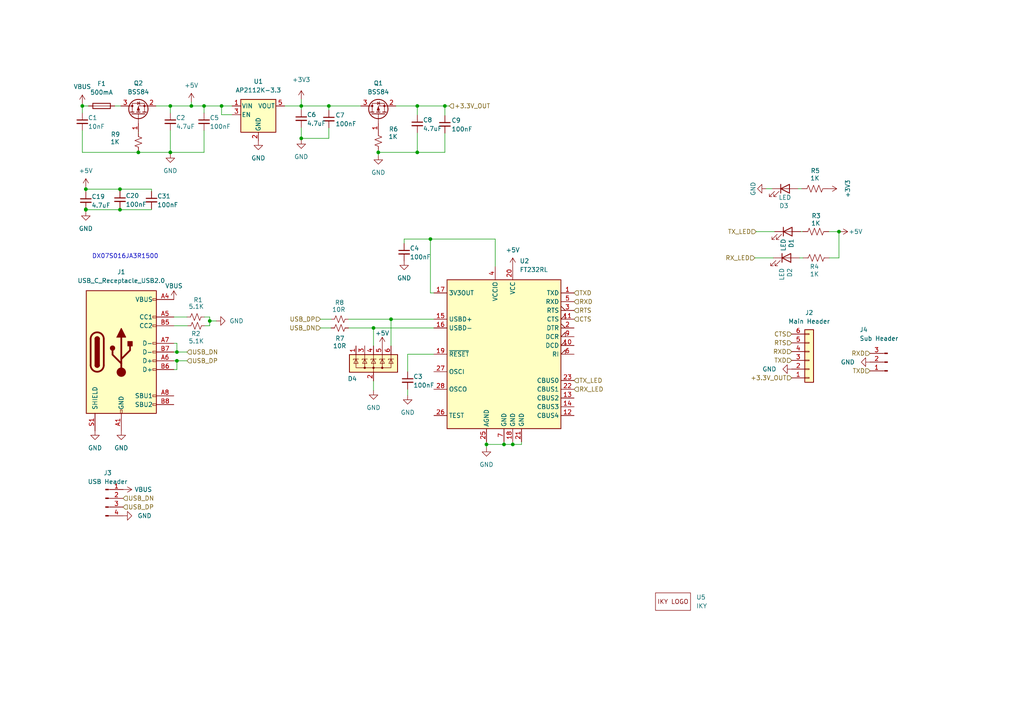
<source format=kicad_sch>
(kicad_sch (version 20211123) (generator eeschema)
  (paper "A4")
  (lib_symbols
    (symbol "Connector:Conn_01x03_Male" (pin_names (offset 1.016) hide)
      (property "Reference" "J" (at 0 5.08 0))
      (property "Value" "Conn_01x03_Male" (at 0 -5.08 0))
      (symbol "Conn_01x03_Male_1_1"
        (polyline (pts (xy 1.27 -2.54) (xy 0.8636 -2.54)) (stroke (width 0.1524)))
        (polyline (pts (xy 1.27 0) (xy 0.8636 0)) (stroke (width 0.1524)))
        (polyline (pts (xy 1.27 2.54) (xy 0.8636 2.54)) (stroke (width 0.1524)))
        (rectangle (start 0.8636 -2.413) (end 0 -2.667) (stroke (width 0.1524)) (fill (type outline)))
        (rectangle (start 0.8636 0.127) (end 0 -0.127) (stroke (width 0.1524)) (fill (type outline)))
        (rectangle (start 0.8636 2.667) (end 0 2.413) (stroke (width 0.1524)) (fill (type outline)))
        (pin passive line (at 5.08 2.54 180) (length 3.81) (name "Pin_1") (number "1"))
        (pin passive line (at 5.08 0 180) (length 3.81) (name "Pin_2") (number "2"))
        (pin passive line (at 5.08 -2.54 180) (length 3.81) (name "Pin_3") (number "3"))
      )
    )
    (symbol "Connector:Conn_01x04_Male" (pin_names (offset 1.016) hide)
      (property "Reference" "J" (at 0 5.08 0))
      (property "Value" "Conn_01x04_Male" (at 0 -7.62 0))
      (symbol "Conn_01x04_Male_1_1"
        (polyline (pts (xy 1.27 -5.08) (xy 0.8636 -5.08)) (stroke (width 0.1524)))
        (polyline (pts (xy 1.27 -2.54) (xy 0.8636 -2.54)) (stroke (width 0.1524)))
        (polyline (pts (xy 1.27 0) (xy 0.8636 0)) (stroke (width 0.1524)))
        (polyline (pts (xy 1.27 2.54) (xy 0.8636 2.54)) (stroke (width 0.1524)))
        (rectangle (start 0.8636 -4.953) (end 0 -5.207) (stroke (width 0.1524)) (fill (type outline)))
        (rectangle (start 0.8636 -2.413) (end 0 -2.667) (stroke (width 0.1524)) (fill (type outline)))
        (rectangle (start 0.8636 0.127) (end 0 -0.127) (stroke (width 0.1524)) (fill (type outline)))
        (rectangle (start 0.8636 2.667) (end 0 2.413) (stroke (width 0.1524)) (fill (type outline)))
        (pin passive line (at 5.08 2.54 180) (length 3.81) (name "Pin_1") (number "1"))
        (pin passive line (at 5.08 0 180) (length 3.81) (name "Pin_2") (number "2"))
        (pin passive line (at 5.08 -2.54 180) (length 3.81) (name "Pin_3") (number "3"))
        (pin passive line (at 5.08 -5.08 180) (length 3.81) (name "Pin_4") (number "4"))
      )
    )
    (symbol "Connector:USB_C_Receptacle_USB2.0" (pin_names (offset 1.016))
      (property "Reference" "J" (at -10.16 19.05 0))
      (property "Value" "USB_C_Receptacle_USB2.0" (at 19.05 19.05 0))
      (symbol "USB_C_Receptacle_USB2.0_0_0"
        (rectangle (start -0.254 -17.78) (end 0.254 -16.764))
        (rectangle (start 10.16 -14.986) (end 9.144 -15.494))
        (rectangle (start 10.16 -12.446) (end 9.144 -12.954))
        (rectangle (start 10.16 -4.826) (end 9.144 -5.334))
        (rectangle (start 10.16 -2.286) (end 9.144 -2.794))
        (rectangle (start 10.16 0.254) (end 9.144 -0.254))
        (rectangle (start 10.16 2.794) (end 9.144 2.286))
        (rectangle (start 10.16 7.874) (end 9.144 7.366))
        (rectangle (start 10.16 10.414) (end 9.144 9.906))
        (rectangle (start 10.16 15.494) (end 9.144 14.986))
      )
      (symbol "USB_C_Receptacle_USB2.0_0_1"
        (rectangle (start -10.16 17.78) (end 10.16 -17.78) (stroke (width 0.254)) (fill (type background)))
        (arc (start -8.89 -3.81) (mid -6.985 -5.715) (end -5.08 -3.81) (stroke (width 0.508)))
        (arc (start -7.62 -3.81) (mid -6.985 -4.445) (end -6.35 -3.81) (stroke (width 0.254)))
        (arc (start -7.62 -3.81) (mid -6.985 -4.445) (end -6.35 -3.81) (stroke (width 0.254)) (fill (type outline)))
        (rectangle (start -7.62 -3.81) (end -6.35 3.81) (stroke (width 0.254)) (fill (type outline)))
        (arc (start -6.35 3.81) (mid -6.985 4.445) (end -7.62 3.81) (stroke (width 0.254)))
        (arc (start -6.35 3.81) (mid -6.985 4.445) (end -7.62 3.81) (stroke (width 0.254)) (fill (type outline)))
        (arc (start -5.08 3.81) (mid -6.985 5.715) (end -8.89 3.81) (stroke (width 0.508)))
        (circle (center -2.54 1.143) (radius 0.635) (stroke (width 0.254)) (fill (type outline)))
        (circle (center 0 -5.842) (radius 1.27) (fill (type outline)))
        (polyline (pts (xy -8.89 -3.81) (xy -8.89 3.81)) (stroke (width 0.508)))
        (polyline (pts (xy -5.08 3.81) (xy -5.08 -3.81)) (stroke (width 0.508)))
        (polyline (pts (xy 0 -5.842) (xy 0 4.318)) (stroke (width 0.508)))
        (polyline (pts (xy 0 -3.302) (xy -2.54 -0.762) (xy -2.54 0.508)) (stroke (width 0.508)))
        (polyline (pts (xy 0 -2.032) (xy 2.54 0.508) (xy 2.54 1.778)) (stroke (width 0.508)))
        (polyline (pts (xy -1.27 4.318) (xy 0 6.858) (xy 1.27 4.318) (xy -1.27 4.318)) (stroke (width 0.254)) (fill (type outline)))
        (rectangle (start 1.905 1.778) (end 3.175 3.048) (stroke (width 0.254)) (fill (type outline)))
      )
      (symbol "USB_C_Receptacle_USB2.0_1_1"
        (pin passive line (at 0 -22.86 90) (length 5.08) (name "GND") (number "A1"))
        (pin passive line (at 0 -22.86 90) (length 5.08) hide (name "GND") (number "A12"))
        (pin passive line (at 15.24 15.24 180) (length 5.08) (name "VBUS") (number "A4"))
        (pin bidirectional line (at 15.24 10.16 180) (length 5.08) (name "CC1") (number "A5"))
        (pin bidirectional line (at 15.24 -2.54 180) (length 5.08) (name "D+") (number "A6"))
        (pin bidirectional line (at 15.24 2.54 180) (length 5.08) (name "D-") (number "A7"))
        (pin bidirectional line (at 15.24 -12.7 180) (length 5.08) (name "SBU1") (number "A8"))
        (pin passive line (at 15.24 15.24 180) (length 5.08) hide (name "VBUS") (number "A9"))
        (pin passive line (at 0 -22.86 90) (length 5.08) hide (name "GND") (number "B1"))
        (pin passive line (at 0 -22.86 90) (length 5.08) hide (name "GND") (number "B12"))
        (pin passive line (at 15.24 15.24 180) (length 5.08) hide (name "VBUS") (number "B4"))
        (pin bidirectional line (at 15.24 7.62 180) (length 5.08) (name "CC2") (number "B5"))
        (pin bidirectional line (at 15.24 -5.08 180) (length 5.08) (name "D+") (number "B6"))
        (pin bidirectional line (at 15.24 0 180) (length 5.08) (name "D-") (number "B7"))
        (pin bidirectional line (at 15.24 -15.24 180) (length 5.08) (name "SBU2") (number "B8"))
        (pin passive line (at 15.24 15.24 180) (length 5.08) hide (name "VBUS") (number "B9"))
        (pin passive line (at -7.62 -22.86 90) (length 5.08) (name "SHIELD") (number "S1"))
      )
    )
    (symbol "Connector_Generic:Conn_01x06" (pin_names (offset 1.016) hide)
      (property "Reference" "J" (at 0 7.62 0))
      (property "Value" "Conn_01x06" (at 0 -10.16 0))
      (symbol "Conn_01x06_1_1"
        (rectangle (start -1.27 -7.493) (end 0 -7.747) (stroke (width 0.1524)))
        (rectangle (start -1.27 -4.953) (end 0 -5.207) (stroke (width 0.1524)))
        (rectangle (start -1.27 -2.413) (end 0 -2.667) (stroke (width 0.1524)))
        (rectangle (start -1.27 0.127) (end 0 -0.127) (stroke (width 0.1524)))
        (rectangle (start -1.27 2.667) (end 0 2.413) (stroke (width 0.1524)))
        (rectangle (start -1.27 5.207) (end 0 4.953) (stroke (width 0.1524)))
        (rectangle (start -1.27 6.35) (end 1.27 -8.89) (stroke (width 0.254)) (fill (type background)))
        (pin passive line (at -5.08 5.08 0) (length 3.81) (name "Pin_1") (number "1"))
        (pin passive line (at -5.08 2.54 0) (length 3.81) (name "Pin_2") (number "2"))
        (pin passive line (at -5.08 0 0) (length 3.81) (name "Pin_3") (number "3"))
        (pin passive line (at -5.08 -2.54 0) (length 3.81) (name "Pin_4") (number "4"))
        (pin passive line (at -5.08 -5.08 0) (length 3.81) (name "Pin_5") (number "5"))
        (pin passive line (at -5.08 -7.62 0) (length 3.81) (name "Pin_6") (number "6"))
      )
    )
    (symbol "Device:C_Small" (pin_numbers hide) (pin_names (offset 0.254) hide)
      (property "Reference" "C" (at 0.254 1.778 0))
      (property "Value" "C_Small" (at 0.254 -2.032 0))
      (symbol "C_Small_0_1"
        (polyline (pts (xy -1.524 -0.508) (xy 1.524 -0.508)) (stroke (width 0.3302)))
        (polyline (pts (xy -1.524 0.508) (xy 1.524 0.508)) (stroke (width 0.3048)))
      )
      (symbol "C_Small_1_1"
        (pin passive line (at 0 2.54 270) (length 2.032) (name "~") (number "1"))
        (pin passive line (at 0 -2.54 90) (length 2.032) (name "~") (number "2"))
      )
    )
    (symbol "Device:Fuse" (pin_numbers hide) (pin_names (offset 0))
      (property "Reference" "F" (at 2.032 0 90))
      (property "Value" "Fuse" (at -1.905 0 90))
      (symbol "Fuse_0_1"
        (rectangle (start -0.762 -2.54) (end 0.762 2.54) (stroke (width 0.254)))
        (polyline (pts (xy 0 2.54) (xy 0 -2.54)))
      )
      (symbol "Fuse_1_1"
        (pin passive line (at 0 3.81 270) (length 1.27) (name "~") (number "1"))
        (pin passive line (at 0 -3.81 90) (length 1.27) (name "~") (number "2"))
      )
    )
    (symbol "Device:LED" (pin_numbers hide) (pin_names (offset 1.016) hide)
      (property "Reference" "D" (at 0 2.54 0))
      (property "Value" "LED" (at 0 -2.54 0))
      (symbol "LED_0_1"
        (polyline (pts (xy -1.27 -1.27) (xy -1.27 1.27)) (stroke (width 0.254)))
        (polyline (pts (xy -1.27 0) (xy 1.27 0)))
        (polyline (pts (xy 1.27 -1.27) (xy 1.27 1.27) (xy -1.27 0) (xy 1.27 -1.27)) (stroke (width 0.254)))
        (polyline (pts (xy -3.048 -0.762) (xy -4.572 -2.286) (xy -3.81 -2.286) (xy -4.572 -2.286) (xy -4.572 -1.524)))
        (polyline (pts (xy -1.778 -0.762) (xy -3.302 -2.286) (xy -2.54 -2.286) (xy -3.302 -2.286) (xy -3.302 -1.524)))
      )
      (symbol "LED_1_1"
        (pin passive line (at -3.81 0 0) (length 2.54) (name "K") (number "1"))
        (pin passive line (at 3.81 0 180) (length 2.54) (name "A") (number "2"))
      )
    )
    (symbol "Device:R_Small_US" (pin_numbers hide) (pin_names (offset 0.254) hide)
      (property "Reference" "R" (at 0.762 0.508 0))
      (property "Value" "R_Small_US" (at 0.762 -1.016 0))
      (symbol "R_Small_US_1_1"
        (polyline (pts (xy 0 0) (xy 1.016 -0.381) (xy 0 -0.762) (xy -1.016 -1.143) (xy 0 -1.524)))
        (polyline (pts (xy 0 1.524) (xy 1.016 1.143) (xy 0 0.762) (xy -1.016 0.381) (xy 0 0)))
        (pin passive line (at 0 2.54 270) (length 1.016) (name "~") (number "1"))
        (pin passive line (at 0 -2.54 90) (length 1.016) (name "~") (number "2"))
      )
    )
    (symbol "Device:R_US" (pin_numbers hide) (pin_names (offset 0))
      (property "Reference" "R" (at 2.54 0 90))
      (property "Value" "R_US" (at -2.54 0 90))
      (symbol "R_US_0_1"
        (polyline (pts (xy 0 -2.286) (xy 0 -2.54)))
        (polyline (pts (xy 0 2.286) (xy 0 2.54)))
        (polyline (pts (xy 0 -0.762) (xy 1.016 -1.143) (xy 0 -1.524) (xy -1.016 -1.905) (xy 0 -2.286)))
        (polyline (pts (xy 0 0.762) (xy 1.016 0.381) (xy 0 0) (xy -1.016 -0.381) (xy 0 -0.762)))
        (polyline (pts (xy 0 2.286) (xy 1.016 1.905) (xy 0 1.524) (xy -1.016 1.143) (xy 0 0.762)))
      )
      (symbol "R_US_1_1"
        (pin passive line (at 0 3.81 270) (length 1.27) (name "~") (number "1"))
        (pin passive line (at 0 -3.81 90) (length 1.27) (name "~") (number "2"))
      )
    )
    (symbol "Interface_USB:FT232RL"
      (property "Reference" "U" (at -16.51 22.86 0))
      (property "Value" "FT232RL" (at 10.16 22.86 0))
      (symbol "FT232RL_0_1"
        (rectangle (start -16.51 21.59) (end 16.51 -21.59) (stroke (width 0.254)) (fill (type background)))
      )
      (symbol "FT232RL_1_1"
        (pin output line (at 20.32 17.78 180) (length 3.81) (name "TXD") (number "1"))
        (pin input input_low (at 20.32 2.54 180) (length 3.81) (name "DCD") (number "10"))
        (pin input input_low (at 20.32 10.16 180) (length 3.81) (name "CTS") (number "11"))
        (pin bidirectional line (at 20.32 -17.78 180) (length 3.81) (name "CBUS4") (number "12"))
        (pin bidirectional line (at 20.32 -12.7 180) (length 3.81) (name "CBUS2") (number "13"))
        (pin bidirectional line (at 20.32 -15.24 180) (length 3.81) (name "CBUS3") (number "14"))
        (pin bidirectional line (at -20.32 10.16 0) (length 3.81) (name "USBD+") (number "15"))
        (pin bidirectional line (at -20.32 7.62 0) (length 3.81) (name "USBD-") (number "16"))
        (pin power_out line (at -20.32 17.78 0) (length 3.81) (name "3V3OUT") (number "17"))
        (pin power_in line (at 2.54 -25.4 90) (length 3.81) (name "GND") (number "18"))
        (pin input line (at -20.32 0 0) (length 3.81) (name "~{RESET}") (number "19"))
        (pin output output_low (at 20.32 7.62 180) (length 3.81) (name "DTR") (number "2"))
        (pin power_in line (at 2.54 25.4 270) (length 3.81) (name "VCC") (number "20"))
        (pin power_in line (at 5.08 -25.4 90) (length 3.81) (name "GND") (number "21"))
        (pin bidirectional line (at 20.32 -10.16 180) (length 3.81) (name "CBUS1") (number "22"))
        (pin bidirectional line (at 20.32 -7.62 180) (length 3.81) (name "CBUS0") (number "23"))
        (pin power_in line (at -5.08 -25.4 90) (length 3.81) (name "AGND") (number "25"))
        (pin input line (at -20.32 -17.78 0) (length 3.81) (name "TEST") (number "26"))
        (pin input line (at -20.32 -5.08 0) (length 3.81) (name "OSCI") (number "27"))
        (pin output line (at -20.32 -10.16 0) (length 3.81) (name "OSCO") (number "28"))
        (pin output output_low (at 20.32 12.7 180) (length 3.81) (name "RTS") (number "3"))
        (pin power_in line (at -2.54 25.4 270) (length 3.81) (name "VCCIO") (number "4"))
        (pin input line (at 20.32 15.24 180) (length 3.81) (name "RXD") (number "5"))
        (pin input input_low (at 20.32 0 180) (length 3.81) (name "RI") (number "6"))
        (pin power_in line (at 0 -25.4 90) (length 3.81) (name "GND") (number "7"))
        (pin input input_low (at 20.32 5.08 180) (length 3.81) (name "DCR") (number "9"))
      )
    )
    (symbol "Power_Protection:SP0505BAHT" (pin_names hide)
      (property "Reference" "D" (at 7.62 2.54 0))
      (property "Value" "SP0505BAHT" (at 7.62 0.635 0))
      (symbol "SP0505BAHT_0_0"
        (pin passive line (at 0 -5.08 90) (length 2.54) (name "A") (number "2"))
      )
      (symbol "SP0505BAHT_0_1"
        (rectangle (start -6.985 2.54) (end 6.985 -2.54) (stroke (width 0.254)) (fill (type background)))
        (circle (center -2.54 -1.27) (radius 0.254) (fill (type outline)))
        (circle (center 0 -1.27) (radius 0.254) (fill (type outline)))
        (polyline (pts (xy -5.08 2.54) (xy -5.08 1.27)))
        (polyline (pts (xy -2.54 2.54) (xy -2.54 1.27)))
        (polyline (pts (xy 0 -1.27) (xy 0 -2.54)))
        (polyline (pts (xy 0 -1.27) (xy 0 1.27)))
        (polyline (pts (xy 0 2.54) (xy 0 1.27)))
        (polyline (pts (xy 0.635 1.27) (xy 0.762 1.27)))
        (polyline (pts (xy 2.54 2.54) (xy 2.54 1.27)))
        (polyline (pts (xy 5.08 2.54) (xy 5.08 1.27)))
        (polyline (pts (xy -5.08 1.27) (xy -5.08 -1.27) (xy -2.54 -1.27)))
        (polyline (pts (xy 0.635 1.27) (xy -0.762 1.27) (xy -0.762 1.016)))
        (polyline (pts (xy 5.08 1.27) (xy 5.08 -1.27) (xy 2.54 -1.27)))
        (polyline (pts (xy -5.842 1.016) (xy -5.842 1.27) (xy -4.445 1.27) (xy -4.318 1.27)))
        (polyline (pts (xy -5.08 1.27) (xy -4.445 0) (xy -5.715 0) (xy -5.08 1.27)))
        (polyline (pts (xy -3.302 1.016) (xy -3.302 1.27) (xy -1.905 1.27) (xy -1.778 1.27)))
        (polyline (pts (xy -2.54 1.27) (xy -2.54 -1.27) (xy 2.54 -1.27) (xy 2.54 1.27)))
        (polyline (pts (xy -2.54 1.27) (xy -1.905 0) (xy -3.175 0) (xy -2.54 1.27)))
        (polyline (pts (xy 0.635 0) (xy -0.635 0) (xy 0 1.27) (xy 0.635 0)))
        (polyline (pts (xy 1.778 1.016) (xy 1.778 1.27) (xy 3.175 1.27) (xy 3.302 1.27)))
        (polyline (pts (xy 2.54 1.27) (xy 1.905 0) (xy 3.175 0) (xy 2.54 1.27)))
        (polyline (pts (xy 4.318 1.016) (xy 4.318 1.27) (xy 5.715 1.27) (xy 5.842 1.27)))
        (polyline (pts (xy 5.08 1.27) (xy 4.445 0) (xy 5.715 0) (xy 5.08 1.27)))
        (circle (center 2.54 -1.27) (radius 0.254) (fill (type outline)))
      )
      (symbol "SP0505BAHT_1_1"
        (pin passive line (at -5.08 5.08 270) (length 2.54) (name "K") (number "1"))
        (pin passive line (at -2.54 5.08 270) (length 2.54) (name "K") (number "3"))
        (pin passive line (at 0 5.08 270) (length 2.54) (name "K") (number "4"))
        (pin passive line (at 2.54 5.08 270) (length 2.54) (name "K") (number "5"))
        (pin passive line (at 5.08 5.08 270) (length 2.54) (name "K") (number "6"))
      )
    )
    (symbol "Regulator_Linear:AP2112K-3.3" (pin_names (offset 0.254))
      (property "Reference" "U" (at -5.08 5.715 0))
      (property "Value" "AP2112K-3.3" (at 0 5.715 0))
      (symbol "AP2112K-3.3_0_1"
        (rectangle (start -5.08 4.445) (end 5.08 -5.08) (stroke (width 0.254)) (fill (type background)))
      )
      (symbol "AP2112K-3.3_1_1"
        (pin power_in line (at -7.62 2.54 0) (length 2.54) (name "VIN") (number "1"))
        (pin power_in line (at 0 -7.62 90) (length 2.54) (name "GND") (number "2"))
        (pin input line (at -7.62 0 0) (length 2.54) (name "EN") (number "3"))
        (pin no_connect line (at 5.08 0 180) (length 2.54) hide (name "NC") (number "4"))
        (pin power_out line (at 7.62 2.54 180) (length 2.54) (name "VOUT") (number "5"))
      )
    )
    (symbol "Transistor_FET:BSS84" (pin_names hide)
      (property "Reference" "Q" (at 5.08 1.905 0))
      (property "Value" "BSS84" (at 5.08 0 0))
      (symbol "BSS84_0_1"
        (polyline (pts (xy 0.254 0) (xy -2.54 0)))
        (polyline (pts (xy 0.254 1.905) (xy 0.254 -1.905)) (stroke (width 0.254)))
        (polyline (pts (xy 0.762 -1.27) (xy 0.762 -2.286)) (stroke (width 0.254)))
        (polyline (pts (xy 0.762 0.508) (xy 0.762 -0.508)) (stroke (width 0.254)))
        (polyline (pts (xy 0.762 2.286) (xy 0.762 1.27)) (stroke (width 0.254)))
        (polyline (pts (xy 2.54 2.54) (xy 2.54 1.778)))
        (polyline (pts (xy 2.54 -2.54) (xy 2.54 0) (xy 0.762 0)))
        (polyline (pts (xy 0.762 1.778) (xy 3.302 1.778) (xy 3.302 -1.778) (xy 0.762 -1.778)))
        (polyline (pts (xy 2.286 0) (xy 1.27 0.381) (xy 1.27 -0.381) (xy 2.286 0)) (fill (type outline)))
        (polyline (pts (xy 2.794 -0.508) (xy 2.921 -0.381) (xy 3.683 -0.381) (xy 3.81 -0.254)))
        (polyline (pts (xy 3.302 -0.381) (xy 2.921 0.254) (xy 3.683 0.254) (xy 3.302 -0.381)))
        (circle (center 1.651 0) (radius 2.794) (stroke (width 0.254)))
        (circle (center 2.54 -1.778) (radius 0.254) (fill (type outline)))
        (circle (center 2.54 1.778) (radius 0.254) (fill (type outline)))
      )
      (symbol "BSS84_1_1"
        (pin input line (at -5.08 0 0) (length 2.54) (name "G") (number "1"))
        (pin passive line (at 2.54 -5.08 90) (length 2.54) (name "S") (number "2"))
        (pin passive line (at 2.54 5.08 270) (length 2.54) (name "D") (number "3"))
      )
    )
    (symbol "haidv_library:LOGO"
      (property "Reference" "U" (at 0 0 0))
      (property "Value" "LOGO" (at 0 0 0))
      (symbol "LOGO_0_0"
        (text "IKY LOGO" (at 5.08 2.54 0) (effects (font (size 1.27 1.27))))
      )
      (symbol "LOGO_0_1"
        (rectangle (start 0 5.08) (end 10.16 0))
      )
    )
    (symbol "power:+3.3V" (power) (pin_names (offset 0))
      (property "Value" "+3.3V" (at 0 3.556 0))
      (symbol "+3.3V_0_1"
        (polyline (pts (xy -0.762 1.27) (xy 0 2.54)))
        (polyline (pts (xy 0 0) (xy 0 2.54)))
        (polyline (pts (xy 0 2.54) (xy 0.762 1.27)))
      )
      (symbol "+3.3V_1_1"
        (pin power_in line (at 0 0 90) (length 0) hide (name "+3V3") (number "1"))
      )
    )
    (symbol "power:+5V" (power) (pin_names (offset 0))
      (property "Value" "+5V" (at 0 3.556 0))
      (symbol "+5V_0_1"
        (polyline (pts (xy -0.762 1.27) (xy 0 2.54)))
        (polyline (pts (xy 0 0) (xy 0 2.54)))
        (polyline (pts (xy 0 2.54) (xy 0.762 1.27)))
      )
      (symbol "+5V_1_1"
        (pin power_in line (at 0 0 90) (length 0) hide (name "+5V") (number "1"))
      )
    )
    (symbol "power:GND" (power) (pin_names (offset 0))
      (property "Value" "GND" (at 0 -3.81 0))
      (symbol "GND_0_1"
        (polyline (pts (xy 0 0) (xy 0 -1.27) (xy 1.27 -1.27) (xy 0 -2.54) (xy -1.27 -1.27) (xy 0 -1.27)))
      )
      (symbol "GND_1_1"
        (pin power_in line (at 0 0 270) (length 0) hide (name "GND") (number "1"))
      )
    )
    (symbol "power:VBUS" (power) (pin_names (offset 0))
      (property "Value" "VBUS" (at 0 3.81 0))
      (symbol "VBUS_0_1"
        (polyline (pts (xy -0.762 1.27) (xy 0 2.54)))
        (polyline (pts (xy 0 0) (xy 0 2.54)))
        (polyline (pts (xy 0 2.54) (xy 0.762 1.27)))
      )
      (symbol "VBUS_1_1"
        (pin power_in line (at 0 0 90) (length 0) hide (name "VBUS") (number "1"))
      )
    )
  )
  (junction (at 51.308 104.648))
  (junction (at 49.403 30.734))
  (junction (at 243.332 67.183))
  (junction (at 108.331 95.123))
  (junction (at 113.411 92.583))
  (junction (at 141.097 128.905))
  (junction (at 60.833 93.091))
  (junction (at 24.892 60.706))
  (junction (at 129.032 30.734))
  (junction (at 23.876 30.734))
  (junction (at 95.377 30.734))
  (junction (at 24.892 60.833))
  (junction (at 59.182 30.734))
  (junction (at 40.132 44.196))
  (junction (at 51.308 102.108))
  (junction (at 64.262 30.734))
  (junction (at 49.403 44.196))
  (junction (at 148.717 128.905))
  (junction (at 24.892 54.864))
  (junction (at 55.499 30.734))
  (junction (at 34.798 60.833))
  (junction (at 121.031 44.196))
  (junction (at 87.376 40.132))
  (junction (at 34.798 54.864))
  (junction (at 146.177 128.905))
  (junction (at 87.376 30.734))
  (junction (at 109.728 44.196))
  (junction (at 124.841 69.342))
  (junction (at 121.031 30.734))
  (wire (pts (xy 95.377 40.132) (xy 87.376 40.132)))
  (wire (pts (xy 121.031 38.481) (xy 121.031 44.196)))
  (wire (pts (xy 232.283 67.183) (xy 232.791 67.183)))
  (wire (pts (xy 34.798 54.864) (xy 24.892 54.864)))
  (wire (pts (xy 118.237 102.743) (xy 118.237 107.823)))
  (wire (pts (xy 59.182 37.846) (xy 59.182 44.196)))
  (wire (pts (xy 243.332 67.183) (xy 243.332 74.803)))
  (wire (pts (xy 224.282 74.803) (xy 218.948 74.803)))
  (wire (pts (xy 117.221 70.612) (xy 117.221 69.342)))
  (wire (pts (xy 64.262 30.734) (xy 67.31 30.734)))
  (wire (pts (xy 43.942 55.499) (xy 43.942 54.864)))
  (wire (pts (xy 223.901 54.737) (xy 222.25 54.737)))
  (wire (pts (xy 108.331 110.49) (xy 108.331 113.284)))
  (wire (pts (xy 109.728 44.196) (xy 121.031 44.196)))
  (wire (pts (xy 34.798 60.452) (xy 34.798 60.833)))
  (wire (pts (xy 143.637 77.343) (xy 143.637 69.342)))
  (wire (pts (xy 23.876 30.099) (xy 23.876 30.734)))
  (wire (pts (xy 43.942 54.864) (xy 34.798 54.864)))
  (wire (pts (xy 95.377 30.734) (xy 104.648 30.734)))
  (wire (pts (xy 113.411 92.583) (xy 125.857 92.583)))
  (wire (pts (xy 54.229 102.108) (xy 51.308 102.108)))
  (wire (pts (xy 24.892 60.833) (xy 34.798 60.833)))
  (wire (pts (xy 54.229 91.948) (xy 50.419 91.948)))
  (wire (pts (xy 92.964 92.583) (xy 96.012 92.583)))
  (wire (pts (xy 87.376 36.957) (xy 87.376 40.132)))
  (wire (pts (xy 243.332 67.183) (xy 240.411 67.183)))
  (wire (pts (xy 54.229 104.648) (xy 51.308 104.648)))
  (wire (pts (xy 50.419 107.188) (xy 51.308 107.188)))
  (wire (pts (xy 118.237 112.903) (xy 118.237 114.681)))
  (wire (pts (xy 129.032 38.608) (xy 129.032 44.196)))
  (wire (pts (xy 101.092 95.123) (xy 108.331 95.123)))
  (wire (pts (xy 51.308 99.568) (xy 51.308 102.108)))
  (wire (pts (xy 95.377 37.084) (xy 95.377 40.132)))
  (wire (pts (xy 43.942 60.579) (xy 43.942 60.833)))
  (wire (pts (xy 59.182 30.734) (xy 64.262 30.734)))
  (wire (pts (xy 141.097 128.905) (xy 146.177 128.905)))
  (wire (pts (xy 33.274 30.734) (xy 35.052 30.734)))
  (wire (pts (xy 114.808 30.734) (xy 121.031 30.734)))
  (wire (pts (xy 113.411 92.583) (xy 113.411 100.33)))
  (wire (pts (xy 151.257 128.905) (xy 148.717 128.905)))
  (wire (pts (xy 87.376 30.734) (xy 95.377 30.734)))
  (wire (pts (xy 82.55 30.734) (xy 87.376 30.734)))
  (wire (pts (xy 34.798 55.372) (xy 34.798 54.864)))
  (wire (pts (xy 231.521 54.737) (xy 232.537 54.737)))
  (wire (pts (xy 24.892 55.626) (xy 24.892 54.864)))
  (wire (pts (xy 24.892 60.833) (xy 24.892 60.706)))
  (wire (pts (xy 124.841 69.342) (xy 124.841 84.963)))
  (wire (pts (xy 95.377 30.734) (xy 95.377 32.004)))
  (wire (pts (xy 141.097 128.905) (xy 141.097 128.143)))
  (wire (pts (xy 121.031 30.734) (xy 129.032 30.734)))
  (wire (pts (xy 224.663 67.183) (xy 219.329 67.183)))
  (wire (pts (xy 118.237 102.743) (xy 125.857 102.743)))
  (wire (pts (xy 124.841 84.963) (xy 125.857 84.963)))
  (wire (pts (xy 23.876 30.734) (xy 23.876 32.766)))
  (wire (pts (xy 143.637 69.342) (xy 124.841 69.342)))
  (wire (pts (xy 60.833 93.091) (xy 62.738 93.091)))
  (wire (pts (xy 231.902 74.803) (xy 232.918 74.803)))
  (wire (pts (xy 243.332 74.803) (xy 240.538 74.803)))
  (wire (pts (xy 49.403 44.577) (xy 49.403 44.196)))
  (wire (pts (xy 87.376 31.877) (xy 87.376 30.734)))
  (wire (pts (xy 45.212 30.734) (xy 49.403 30.734)))
  (wire (pts (xy 54.356 94.488) (xy 50.419 94.488)))
  (wire (pts (xy 60.833 94.488) (xy 60.833 93.091)))
  (wire (pts (xy 121.031 30.734) (xy 121.031 33.401)))
  (wire (pts (xy 92.964 95.123) (xy 96.012 95.123)))
  (wire (pts (xy 49.403 30.734) (xy 49.403 32.766)))
  (wire (pts (xy 23.876 44.196) (xy 40.132 44.196)))
  (wire (pts (xy 59.309 91.948) (xy 60.833 91.948)))
  (wire (pts (xy 109.728 45.085) (xy 109.728 44.196)))
  (wire (pts (xy 51.308 102.108) (xy 50.419 102.108)))
  (wire (pts (xy 129.032 30.734) (xy 129.032 33.528)))
  (wire (pts (xy 129.032 30.734) (xy 130.302 30.734)))
  (wire (pts (xy 64.262 33.274) (xy 64.262 30.734)))
  (wire (pts (xy 101.092 92.583) (xy 113.411 92.583)))
  (wire (pts (xy 49.403 37.846) (xy 49.403 44.196)))
  (wire (pts (xy 60.833 91.948) (xy 60.833 93.091)))
  (wire (pts (xy 146.177 128.143) (xy 146.177 128.905)))
  (wire (pts (xy 24.892 61.341) (xy 24.892 60.833)))
  (wire (pts (xy 23.876 30.734) (xy 25.654 30.734)))
  (wire (pts (xy 141.097 129.794) (xy 141.097 128.905)))
  (wire (pts (xy 67.31 33.274) (xy 64.262 33.274)))
  (wire (pts (xy 87.376 40.513) (xy 87.376 40.132)))
  (wire (pts (xy 49.403 44.196) (xy 59.182 44.196)))
  (wire (pts (xy 109.728 44.196) (xy 109.728 43.434)))
  (wire (pts (xy 24.892 54.864) (xy 24.892 54.356)))
  (wire (pts (xy 129.032 44.196) (xy 121.031 44.196)))
  (wire (pts (xy 55.499 29.591) (xy 55.499 30.734)))
  (wire (pts (xy 108.331 95.123) (xy 108.331 100.33)))
  (wire (pts (xy 49.403 30.734) (xy 55.499 30.734)))
  (wire (pts (xy 40.132 38.608) (xy 40.132 38.354)))
  (wire (pts (xy 23.876 37.846) (xy 23.876 44.196)))
  (wire (pts (xy 59.436 94.488) (xy 60.833 94.488)))
  (wire (pts (xy 148.717 128.905) (xy 146.177 128.905)))
  (wire (pts (xy 40.132 43.688) (xy 40.132 44.196)))
  (wire (pts (xy 40.132 44.196) (xy 49.403 44.196)))
  (wire (pts (xy 117.221 69.342) (xy 124.841 69.342)))
  (wire (pts (xy 51.308 104.648) (xy 50.419 104.648)))
  (wire (pts (xy 87.376 30.734) (xy 87.376 28.829)))
  (wire (pts (xy 59.182 30.734) (xy 59.182 32.766)))
  (wire (pts (xy 51.308 107.188) (xy 51.308 104.648)))
  (wire (pts (xy 108.331 95.123) (xy 125.857 95.123)))
  (wire (pts (xy 151.257 128.143) (xy 151.257 128.905)))
  (wire (pts (xy 55.499 30.734) (xy 59.182 30.734)))
  (wire (pts (xy 50.419 99.568) (xy 51.308 99.568)))
  (wire (pts (xy 148.717 128.143) (xy 148.717 128.905)))
  (wire (pts (xy 43.942 60.833) (xy 34.798 60.833)))
  (text "DX07S016JA3R1500" (at 26.67 75.184 0) (effects (font (size 1.27 1.27)) (justify left bottom)))
  (hierarchical_label "RX_LED" (shape input) (at 166.497 112.903 0))
  (hierarchical_label "+3.3V_OUT" (shape input) (at 229.616 109.601 180))
  (hierarchical_label "RXD" (shape input) (at 252.349 102.489 180))
  (hierarchical_label "USB_DP" (shape input) (at 54.229 104.648 0))
  (hierarchical_label "CTS" (shape input) (at 166.497 92.583 0))
  (hierarchical_label "CTS" (shape input) (at 229.616 96.901 180))
  (hierarchical_label "TX_LED" (shape input) (at 219.329 67.183 180))
  (hierarchical_label "RXD" (shape input) (at 229.616 101.981 180))
  (hierarchical_label "TXD" (shape input) (at 229.616 104.521 180))
  (hierarchical_label "RXD" (shape input) (at 166.497 87.503 0))
  (hierarchical_label "USB_DN" (shape input) (at 54.229 102.108 0))
  (hierarchical_label "USB_DN" (shape input) (at 35.687 144.526 0))
  (hierarchical_label "USB_DP" (shape input) (at 35.687 147.066 0))
  (hierarchical_label "USB_DP" (shape input) (at 92.964 92.583 180))
  (hierarchical_label "TX_LED" (shape input) (at 166.497 110.363 0))
  (hierarchical_label "RTS" (shape input) (at 166.497 90.043 0))
  (hierarchical_label "RX_LED" (shape input) (at 218.948 74.803 180))
  (hierarchical_label "TXD" (shape input) (at 166.497 84.963 0))
  (hierarchical_label "TXD" (shape input) (at 252.349 107.569 180))
  (hierarchical_label "RTS" (shape input) (at 229.616 99.441 180))
  (hierarchical_label "+3.3V_OUT" (shape input) (at 130.302 30.734 0))
  (hierarchical_label "USB_DN" (shape input) (at 92.964 95.123 180))
  (symbol (lib_id "Device:R_Small_US") (at 109.728 40.894 0) (unit 1)
    (property "Reference" "R6" (at 112.776 37.465 0) (effects (justify left)))
    (property "Value" "1K" (at 112.649 39.624 0) (effects (justify left)))
    (property "Footprint" "Resistor_SMD:R_0603_1608Metric" (effects hide))
  )
  (symbol (lib_id "power:GND") (at 117.221 75.692 0) (unit 1)
    (property "Reference" "#PWR011" (effects hide))
    (property "Value" "GND" (at 117.221 80.645 0))
  )
  (symbol (lib_id "Device:C_Small") (at 118.237 110.363 0) (unit 1)
    (property "Reference" "C3" (at 119.888 109.22 0) (effects (justify left)))
    (property "Value" "100nF" (at 119.888 111.76 0) (effects (justify left)))
    (property "Footprint" "Capacitor_SMD:C_0603_1608Metric" (effects hide))
  )
  (symbol (lib_id "Device:LED") (at 228.473 67.183 0) (unit 1)
    (property "Reference" "D1" (at 229.5017 69.215 90) (effects (justify right)))
    (property "Value" "LED" (at 227.203 69.215 90) (effects (justify right)))
    (property "Footprint" "LED_SMD:LED_0603_1608Metric" (effects hide))
  )
  (symbol (lib_id "Device:C_Small") (at 87.376 34.417 0) (unit 1)
    (property "Reference" "C6" (at 89.027 33.274 0) (effects (justify left)))
    (property "Value" "4.7uF" (at 89.027 35.814 0) (effects (justify left)))
    (property "Footprint" "Capacitor_SMD:C_0603_1608Metric" (effects hide))
  )
  (symbol (lib_id "Power_Protection:SP0505BAHT") (at 108.331 105.41 0) (unit 1)
    (property "Reference" "D4" (at 100.838 109.855 0) (effects (justify left)))
    (property "Value" "SP0505BAHT" (effects hide))
    (property "Footprint" "Package_TO_SOT_SMD:SOT-23-6" (effects hide))
    (property "Datasheet" "http://www.littelfuse.com/~/media/files/littelfuse/technical%20resources/documents/data%20sheets/sp05xxba.pdf" (effects hide))
  )
  (symbol (lib_id "Device:R_Small_US") (at 98.552 95.123 90) (unit 1)
    (property "Reference" "R7" (at 99.949 98.171 90) (effects (justify left)))
    (property "Value" "10R" (at 100.457 100.33 90) (effects (justify left)))
    (property "Footprint" "Resistor_SMD:R_0603_1608Metric" (effects hide))
  )
  (symbol (lib_id "power:GND") (at 109.728 45.085 0) (unit 1)
    (property "Reference" "#PWR0109" (effects hide))
    (property "Value" "GND" (at 109.728 50.038 0))
  )
  (symbol (lib_id "power:+5V") (at 148.717 77.343 0) (unit 1)
    (property "Reference" "#PWR014" (effects hide))
    (property "Value" "+5V" (at 148.717 72.517 0))
  )
  (symbol (lib_id "power:GND") (at 141.097 129.794 0) (unit 1)
    (property "Reference" "#PWR013" (effects hide))
    (property "Value" "GND" (at 141.097 134.747 0))
  )
  (symbol (lib_id "Connector:Conn_01x04_Male") (at 30.607 144.526 0) (unit 1)
    (property "Reference" "J3" (at 31.242 137.16 0))
    (property "Value" "USB Header" (at 31.242 139.7 0))
    (property "Footprint" "Connector_PinHeader_2.54mm:PinHeader_1x04_P2.54mm_Vertical" (effects hide))
  )
  (symbol (lib_id "Device:C_Small") (at 121.031 35.941 0) (unit 1)
    (property "Reference" "C8" (at 122.682 34.798 0) (effects (justify left)))
    (property "Value" "4.7uF" (at 122.682 37.338 0) (effects (justify left)))
    (property "Footprint" "Capacitor_SMD:C_0603_1608Metric" (effects hide))
  )
  (symbol (lib_id "power:VBUS") (at 35.687 141.986 270) (unit 1)
    (property "Reference" "#PWR0110" (effects hide))
    (property "Value" "VBUS" (at 38.989 141.986 90) (effects (justify left)))
  )
  (symbol (lib_id "Connector:USB_C_Receptacle_USB2.0") (at 35.179 102.108 0) (unit 1)
    (property "Reference" "J1" (at 35.179 78.867 0))
    (property "Value" "USB_C_Receptacle_USB2.0" (at 35.179 81.407 0))
    (property "Footprint" "Connector_USB:USB_C_Receptacle_HRO_TYPE-C-31-M-12" (effects hide))
    (property "Datasheet" "https://www.usb.org/sites/default/files/documents/usb_type-c.zip" (effects hide))
  )
  (symbol (lib_id "power:GND") (at 252.349 105.029 270) (unit 1)
    (property "Reference" "#PWR0111" (effects hide))
    (property "Value" "GND" (at 243.84 105.029 90) (effects (justify left)))
  )
  (symbol (lib_id "Device:R_Small_US") (at 56.769 91.948 90) (unit 1)
    (property "Reference" "R1" (at 58.801 86.995 90) (effects (justify left)))
    (property "Value" "5.1K" (at 59.182 88.9 90) (effects (justify left)))
    (property "Footprint" "Resistor_SMD:R_0603_1608Metric" (effects hide))
  )
  (symbol (lib_id "Device:C_Small") (at 23.876 35.306 0) (unit 1)
    (property "Reference" "C1" (at 25.527 34.163 0) (effects (justify left)))
    (property "Value" "10nF" (at 25.527 36.703 0) (effects (justify left)))
    (property "Footprint" "Capacitor_SMD:C_0603_1608Metric" (effects hide))
  )
  (symbol (lib_id "Device:C_Small") (at 117.221 73.152 0) (unit 1)
    (property "Reference" "C4" (at 118.872 72.009 0) (effects (justify left)))
    (property "Value" "100nF" (at 118.872 74.549 0) (effects (justify left)))
    (property "Footprint" "Capacitor_SMD:C_0603_1608Metric" (effects hide))
  )
  (symbol (lib_id "Connector_Generic:Conn_01x06") (at 234.696 104.521 0) (mirror x) (unit 1)
    (property "Reference" "J2" (at 234.696 90.678 0))
    (property "Value" "Main Header" (at 234.696 93.218 0))
    (property "Footprint" "Connector_PinHeader_2.54mm:PinHeader_1x06_P2.54mm_Vertical" (effects hide))
  )
  (symbol (lib_id "power:GND") (at 222.25 54.737 270) (unit 1)
    (property "Reference" "#PWR025" (effects hide))
    (property "Value" "GND" (at 218.44 52.705 0) (effects (justify left)))
  )
  (symbol (lib_id "power:GND") (at 118.237 114.681 0) (unit 1)
    (property "Reference" "#PWR010" (effects hide))
    (property "Value" "GND" (at 118.237 119.634 0))
  )
  (symbol (lib_id "Device:C_Small") (at 95.377 34.544 0) (unit 1)
    (property "Reference" "C7" (at 97.282 33.401 0) (effects (justify left)))
    (property "Value" "100nF" (at 97.282 35.941 0) (effects (justify left)))
    (property "Footprint" "Capacitor_SMD:C_0603_1608Metric" (effects hide))
  )
  (symbol (lib_id "power:+5V") (at 24.892 54.356 0) (unit 1)
    (property "Reference" "#PWR031" (effects hide))
    (property "Value" "+5V" (at 24.892 49.53 0))
  )
  (symbol (lib_id "Device:R_US") (at 236.347 54.737 270) (unit 1)
    (property "Reference" "R5" (at 236.474 49.53 90))
    (property "Value" "1K" (at 236.347 51.689 90))
    (property "Footprint" "Resistor_SMD:R_0603_1608Metric" (effects hide))
  )
  (symbol (lib_id "Device:C_Small") (at 59.182 35.306 0) (unit 1)
    (property "Reference" "C5" (at 60.833 34.163 0) (effects (justify left)))
    (property "Value" "100nF" (at 60.833 36.703 0) (effects (justify left)))
    (property "Footprint" "Capacitor_SMD:C_0402_1005Metric" (effects hide))
  )
  (symbol (lib_id "power:GND") (at 27.559 124.968 0) (unit 1)
    (property "Reference" "#PWR0106" (effects hide))
    (property "Value" "GND" (at 27.559 129.921 0))
  )
  (symbol (lib_id "power:GND") (at 35.687 149.606 90) (unit 1)
    (property "Reference" "#PWR0104" (effects hide))
    (property "Value" "GND" (at 39.878 149.6059 90) (effects (justify right)))
  )
  (symbol (lib_id "power:+5V") (at 55.499 29.591 0) (unit 1)
    (property "Reference" "#PWR09" (effects hide))
    (property "Value" "+5V" (at 55.499 24.765 0))
  )
  (symbol (lib_id "power:GND") (at 74.93 40.894 0) (unit 1)
    (property "Reference" "#PWR012" (effects hide))
    (property "Value" "GND" (at 74.93 45.847 0))
  )
  (symbol (lib_id "Device:R_US") (at 236.728 74.803 270) (unit 1)
    (property "Reference" "R4" (at 236.22 77.343 90))
    (property "Value" "1K" (at 236.22 79.502 90))
    (property "Footprint" "Resistor_SMD:R_0603_1608Metric" (effects hide))
  )
  (symbol (lib_id "Regulator_Linear:AP2112K-3.3") (at 74.93 33.274 0) (unit 1)
    (property "Reference" "U1" (at 74.93 23.622 0))
    (property "Value" "AP2112K-3.3" (at 74.93 26.162 0))
    (property "Footprint" "Package_TO_SOT_SMD:SOT-23-5" (effects hide))
    (property "Datasheet" "https://www.diodes.com/assets/Datasheets/AP2112.pdf" (effects hide))
  )
  (symbol (lib_id "Device:C_Small") (at 34.798 57.912 0) (unit 1)
    (property "Reference" "C20" (at 36.449 56.769 0) (effects (justify left)))
    (property "Value" "100nF" (at 36.449 59.309 0) (effects (justify left)))
    (property "Footprint" "Capacitor_SMD:C_0603_1608Metric" (effects hide))
  )
  (symbol (lib_id "Interface_USB:FT232RL") (at 146.177 102.743 0) (unit 1)
    (property "Reference" "U2" (at 150.7364 75.692 0) (effects (justify left)))
    (property "Value" "FT232RL" (at 150.7364 78.232 0) (effects (justify left)))
    (property "Footprint" "Package_SO:SSOP-28_5.3x10.2mm_P0.65mm" (effects hide))
    (property "Datasheet" "https://www.ftdichip.com/Support/Documents/DataSheets/ICs/DS_FT232R.pdf" (effects hide))
  )
  (symbol (lib_id "power:+5V") (at 110.871 100.33 0) (unit 1)
    (property "Reference" "#PWR0105" (effects hide))
    (property "Value" "+5V" (at 110.871 96.647 0))
  )
  (symbol (lib_id "power:GND") (at 229.616 107.061 270) (unit 1)
    (property "Reference" "#PWR023" (effects hide))
    (property "Value" "GND" (at 221.107 107.061 90) (effects (justify left)))
  )
  (symbol (lib_id "power:+3.3V") (at 240.157 54.737 270) (unit 1)
    (property "Reference" "#PWR0101" (effects hide))
    (property "Value" "+3.3V" (at 245.872 54.737 0))
  )
  (symbol (lib_id "Device:C_Small") (at 43.942 58.039 0) (unit 1)
    (property "Reference" "C31" (at 45.593 56.896 0) (effects (justify left)))
    (property "Value" "100nF" (at 45.593 59.436 0) (effects (justify left)))
    (property "Footprint" "Capacitor_SMD:C_0603_1608Metric" (effects hide))
  )
  (symbol (lib_id "haidv_library:LOGO") (at 190.119 177.038 0) (unit 1)
    (property "Reference" "U5" (at 201.93 173.2279 0) (effects (justify left)))
    (property "Value" "IKY" (at 201.93 175.7679 0) (effects (justify left)))
    (property "Footprint" "haidv-library:LoGo12mm" (effects hide))
  )
  (symbol (lib_id "Device:R_US") (at 236.601 67.183 270) (unit 1)
    (property "Reference" "R3" (at 236.728 62.611 90))
    (property "Value" "1K" (at 236.601 64.77 90))
    (property "Footprint" "Resistor_SMD:R_0603_1608Metric" (effects hide))
  )
  (symbol (lib_id "Device:Fuse") (at 29.464 30.734 90) (unit 1)
    (property "Reference" "F1" (at 29.464 24.257 90))
    (property "Value" "500mA" (at 29.464 26.797 90))
    (property "Footprint" "Fuse:Fuse_1206_3216Metric" (effects hide))
  )
  (symbol (lib_id "power:GND") (at 62.738 93.091 90) (unit 1)
    (property "Reference" "#PWR0108" (effects hide))
    (property "Value" "GND" (at 66.548 93.0909 90) (effects (justify right)))
  )
  (symbol (lib_id "Transistor_FET:BSS84") (at 109.728 33.274 90) (unit 1)
    (property "Reference" "Q1" (at 109.728 24.13 90))
    (property "Value" "BSS84" (at 109.728 26.67 90))
    (property "Footprint" "Package_TO_SOT_SMD:SOT-23" (effects hide))
    (property "Datasheet" "http://assets.nexperia.com/documents/data-sheet/BSS84.pdf" (effects hide))
  )
  (symbol (lib_id "power:+3.3V") (at 87.376 28.829 0) (unit 1)
    (property "Reference" "#PWR04" (effects hide))
    (property "Value" "+3.3V" (at 87.376 23.114 0))
  )
  (symbol (lib_id "Transistor_FET:BSS84") (at 40.132 33.274 90) (unit 1)
    (property "Reference" "Q2" (at 40.132 24.13 90))
    (property "Value" "BSS84" (at 40.132 26.67 90))
    (property "Footprint" "Package_TO_SOT_SMD:SOT-23" (effects hide))
    (property "Datasheet" "http://assets.nexperia.com/documents/data-sheet/BSS84.pdf" (effects hide))
  )
  (symbol (lib_id "power:VBUS") (at 50.419 86.868 0) (unit 1)
    (property "Reference" "#PWR0107" (effects hide))
    (property "Value" "VBUS" (at 47.879 82.931 0) (effects (justify left)))
  )
  (symbol (lib_id "power:VBUS") (at 23.876 30.099 0) (unit 1)
    (property "Reference" "#PWR02" (effects hide))
    (property "Value" "VBUS" (at 23.876 25.146 0))
  )
  (symbol (lib_id "Device:R_Small_US") (at 40.132 41.148 0) (unit 1)
    (property "Reference" "R9" (at 32.131 38.989 0) (effects (justify left)))
    (property "Value" "1K" (at 32.004 41.148 0) (effects (justify left)))
    (property "Footprint" "Resistor_SMD:R_0603_1608Metric" (effects hide))
  )
  (symbol (lib_id "power:+5V") (at 243.332 67.183 270) (unit 1)
    (property "Reference" "#PWR015" (effects hide))
    (property "Value" "+5V" (at 248.158 67.183 90))
  )
  (symbol (lib_id "power:GND") (at 108.331 113.284 0) (unit 1)
    (property "Reference" "#PWR0102" (effects hide))
    (property "Value" "GND" (at 108.331 118.237 0))
  )
  (symbol (lib_id "power:GND") (at 87.376 40.513 0) (unit 1)
    (property "Reference" "#PWR05" (effects hide))
    (property "Value" "GND" (at 87.376 45.466 0))
  )
  (symbol (lib_id "Device:R_Small_US") (at 56.896 94.488 90) (unit 1)
    (property "Reference" "R2" (at 58.166 96.774 90) (effects (justify left)))
    (property "Value" "5.1K" (at 59.182 98.933 90) (effects (justify left)))
    (property "Footprint" "Resistor_SMD:R_0603_1608Metric" (effects hide))
  )
  (symbol (lib_id "power:GND") (at 24.892 61.341 0) (unit 1)
    (property "Reference" "#PWR032" (effects hide))
    (property "Value" "GND" (at 24.892 66.294 0))
  )
  (symbol (lib_id "Device:C_Small") (at 49.403 35.306 0) (unit 1)
    (property "Reference" "C2" (at 51.054 34.163 0) (effects (justify left)))
    (property "Value" "4.7uF" (at 51.054 36.703 0) (effects (justify left)))
    (property "Footprint" "Capacitor_SMD:C_0603_1608Metric" (effects hide))
  )
  (symbol (lib_id "Device:C_Small") (at 129.032 36.068 0) (unit 1)
    (property "Reference" "C9" (at 130.937 34.925 0) (effects (justify left)))
    (property "Value" "100nF" (at 130.937 37.465 0) (effects (justify left)))
    (property "Footprint" "Capacitor_SMD:C_0603_1608Metric" (effects hide))
  )
  (symbol (lib_id "Device:R_Small_US") (at 98.552 92.583 90) (unit 1)
    (property "Reference" "R8" (at 99.822 87.757 90) (effects (justify left)))
    (property "Value" "10R" (at 100.203 89.789 90) (effects (justify left)))
    (property "Footprint" "Resistor_SMD:R_0603_1608Metric" (effects hide))
  )
  (symbol (lib_id "power:GND") (at 49.403 44.577 0) (unit 1)
    (property "Reference" "#PWR03" (effects hide))
    (property "Value" "GND" (at 49.403 49.53 0))
  )
  (symbol (lib_id "power:GND") (at 35.179 124.968 0) (unit 1)
    (property "Reference" "#PWR0103" (effects hide))
    (property "Value" "GND" (at 35.179 129.921 0))
  )
  (symbol (lib_id "Device:LED") (at 228.092 74.803 0) (unit 1)
    (property "Reference" "D2" (at 229.0509 77.7241 90) (effects (justify right)))
    (property "Value" "LED" (at 226.7522 77.7241 90) (effects (justify right)))
    (property "Footprint" "LED_SMD:LED_0603_1608Metric" (effects hide))
  )
  (symbol (lib_id "Device:LED") (at 227.711 54.737 0) (unit 1)
    (property "Reference" "D3" (at 228.727 59.69 0) (effects (justify right)))
    (property "Value" "LED" (at 229.489 57.277 0) (effects (justify right)))
    (property "Footprint" "LED_SMD:LED_0603_1608Metric" (effects hide))
  )
  (symbol (lib_id "Device:C_Small") (at 24.892 58.166 0) (unit 1)
    (property "Reference" "C19" (at 26.543 57.023 0) (effects (justify left)))
    (property "Value" "4.7uF" (at 26.543 59.563 0) (effects (justify left)))
    (property "Footprint" "Capacitor_SMD:C_0603_1608Metric" (effects hide))
  )
  (symbol (lib_id "Connector:Conn_01x03_Male") (at 257.429 105.029 180) (unit 1)
    (property "Reference" "J4" (at 249.301 95.631 0) (effects (justify right)))
    (property "Value" "Sub Header" (at 249.301 98.171 0) (effects (justify right)))
    (property "Footprint" "Connector_PinHeader_2.54mm:PinHeader_1x03_P2.54mm_Vertical" (effects hide))
  )
)
</source>
